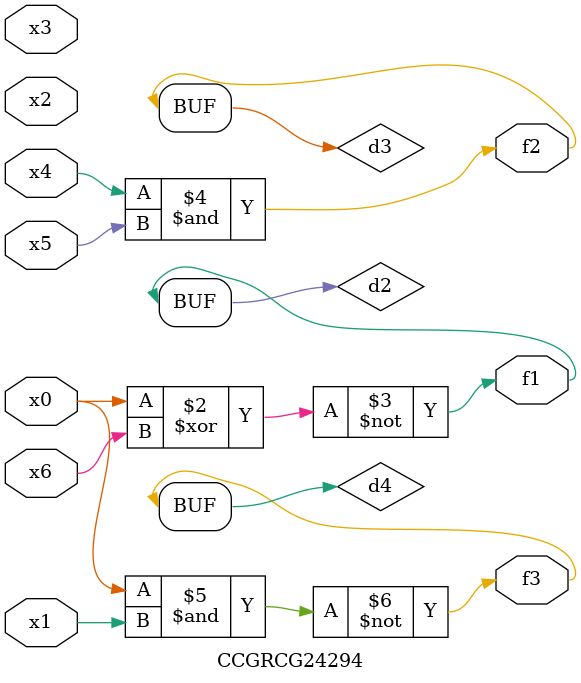
<source format=v>
module CCGRCG24294(
	input x0, x1, x2, x3, x4, x5, x6,
	output f1, f2, f3
);

	wire d1, d2, d3, d4;

	nor (d1, x0);
	xnor (d2, x0, x6);
	and (d3, x4, x5);
	nand (d4, x0, x1);
	assign f1 = d2;
	assign f2 = d3;
	assign f3 = d4;
endmodule

</source>
